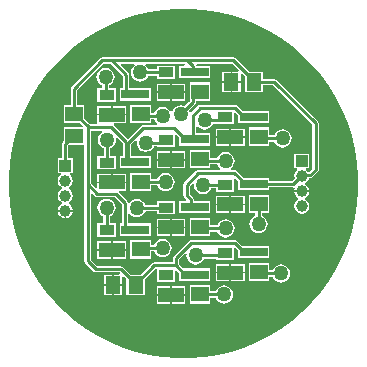
<source format=gtl>
G04*
G04 #@! TF.GenerationSoftware,Altium Limited,Altium Designer,22.0.2 (36)*
G04*
G04 Layer_Physical_Order=1*
G04 Layer_Color=255*
%FSLAX25Y25*%
%MOIN*%
G70*
G04*
G04 #@! TF.SameCoordinates,D8499874-5A28-4949-BB6A-16219978493D*
G04*
G04*
G04 #@! TF.FilePolarity,Positive*
G04*
G01*
G75*
%ADD11C,0.01000*%
%ADD12R,0.09449X0.03150*%
%ADD13R,0.05118X0.03543*%
%ADD14R,0.08661X0.04724*%
%ADD15R,0.05906X0.05118*%
%ADD16R,0.05118X0.05906*%
%ADD17R,0.05906X0.05118*%
%ADD28C,0.03937*%
%ADD29R,0.03937X0.03937*%
%ADD30R,0.03937X0.03937*%
%ADD31C,0.03937*%
%ADD32C,0.05000*%
G36*
X6852Y57893D02*
X11373Y57177D01*
X15824Y56108D01*
X20178Y54694D01*
X24407Y52942D01*
X28485Y50864D01*
X32388Y48472D01*
X36091Y45782D01*
X39572Y42809D01*
X42809Y39572D01*
X45782Y36091D01*
X48472Y32388D01*
X50864Y28485D01*
X52942Y24407D01*
X54694Y20178D01*
X56108Y15824D01*
X57177Y11373D01*
X57893Y6852D01*
X58252Y2289D01*
Y-2289D01*
X57893Y-6852D01*
X57177Y-11373D01*
X56108Y-15824D01*
X54694Y-20178D01*
X52942Y-24407D01*
X50864Y-28485D01*
X48472Y-32388D01*
X45782Y-36091D01*
X42809Y-39572D01*
X39572Y-42809D01*
X36091Y-45782D01*
X32388Y-48472D01*
X28485Y-50864D01*
X24407Y-52942D01*
X20178Y-54694D01*
X15824Y-56108D01*
X11373Y-57177D01*
X6852Y-57893D01*
X2289Y-58252D01*
X0Y-58252D01*
X-2289D01*
X-6852Y-57893D01*
X-11373Y-57177D01*
X-15824Y-56108D01*
X-20178Y-54694D01*
X-24407Y-52942D01*
X-28485Y-50864D01*
X-32388Y-48472D01*
X-36091Y-45782D01*
X-39572Y-42809D01*
X-42809Y-39572D01*
X-45782Y-36091D01*
X-48472Y-32388D01*
X-50864Y-28485D01*
X-52942Y-24407D01*
X-54694Y-20178D01*
X-56108Y-15824D01*
X-57177Y-11373D01*
X-57893Y-6852D01*
X-58252Y-2289D01*
Y2289D01*
X-57893Y6852D01*
X-57177Y11373D01*
X-56108Y15824D01*
X-54694Y20178D01*
X-52942Y24407D01*
X-50864Y28485D01*
X-48472Y32388D01*
X-45782Y36091D01*
X-42809Y39572D01*
X-39572Y42809D01*
X-36091Y45782D01*
X-32388Y48472D01*
X-28485Y50864D01*
X-24407Y52942D01*
X-20178Y54694D01*
X-15824Y56108D01*
X-11373Y57177D01*
X-6852Y57893D01*
X-2289Y58252D01*
X2289D01*
X6852Y57893D01*
D02*
G37*
%LPC*%
G36*
X15695Y37276D02*
X12886D01*
Y34073D01*
X15695D01*
Y37276D01*
D02*
G37*
G36*
X661Y33323D02*
X-3919D01*
Y30711D01*
X661D01*
Y33323D01*
D02*
G37*
G36*
X-4419D02*
X-9000D01*
Y30711D01*
X-4419D01*
Y33323D01*
D02*
G37*
G36*
X19004Y33573D02*
X16195D01*
Y30370D01*
X19004D01*
Y33573D01*
D02*
G37*
G36*
X15695D02*
X12886D01*
Y30370D01*
X15695D01*
Y33573D01*
D02*
G37*
G36*
X661Y30211D02*
X-3919D01*
Y27598D01*
X661D01*
Y30211D01*
D02*
G37*
G36*
X-4419D02*
X-9000D01*
Y27598D01*
X-4419D01*
Y30211D01*
D02*
G37*
G36*
X-26000Y38526D02*
X-26783Y38423D01*
X-27513Y38120D01*
X-28140Y37640D01*
X-28620Y37013D01*
X-28923Y36283D01*
X-29026Y35500D01*
X-28923Y34717D01*
X-28620Y33987D01*
X-28140Y33360D01*
X-27513Y32879D01*
X-27020Y32675D01*
Y31807D01*
X-28685D01*
Y27264D01*
X-22567D01*
Y31807D01*
X-24980D01*
Y32675D01*
X-24487Y32879D01*
X-23860Y33360D01*
X-23380Y33987D01*
X-23077Y34717D01*
X-22974Y35500D01*
X-23077Y36283D01*
X-23380Y37013D01*
X-23860Y37640D01*
X-24487Y38120D01*
X-25217Y38423D01*
X-26000Y38526D01*
D02*
G37*
G36*
X-19024Y25807D02*
X-23604D01*
Y23195D01*
X-19024D01*
Y25807D01*
D02*
G37*
G36*
X-24104D02*
X-28685D01*
Y23195D01*
X-24104D01*
Y25807D01*
D02*
G37*
G36*
X20346Y18291D02*
X15766D01*
Y15679D01*
X20346D01*
Y18291D01*
D02*
G37*
G36*
X15266D02*
X10685D01*
Y15679D01*
X15266D01*
Y18291D01*
D02*
G37*
G36*
X20346Y15179D02*
X15766D01*
Y12567D01*
X20346D01*
Y15179D01*
D02*
G37*
G36*
X15266D02*
X10685D01*
Y12567D01*
X15266D01*
Y15179D01*
D02*
G37*
G36*
X28591Y18685D02*
X21685D01*
Y12567D01*
X28591D01*
Y13980D01*
X30175D01*
X30380Y13487D01*
X30860Y12860D01*
X31487Y12380D01*
X32217Y12077D01*
X33000Y11974D01*
X33783Y12077D01*
X34513Y12380D01*
X35140Y12860D01*
X35620Y13487D01*
X35923Y14217D01*
X36026Y15000D01*
X35923Y15783D01*
X35620Y16513D01*
X35140Y17140D01*
X34513Y17620D01*
X33783Y17923D01*
X33000Y18026D01*
X32217Y17923D01*
X31487Y17620D01*
X30860Y17140D01*
X30380Y16513D01*
X30175Y16020D01*
X28591D01*
Y18685D01*
D02*
G37*
G36*
X661Y10776D02*
X-3919D01*
Y8163D01*
X661D01*
Y10776D01*
D02*
G37*
G36*
X-4419D02*
X-9000D01*
Y8163D01*
X-4419D01*
Y10776D01*
D02*
G37*
G36*
X661Y7663D02*
X-3919D01*
Y5051D01*
X661D01*
Y7663D01*
D02*
G37*
G36*
X-4419D02*
X-9000D01*
Y5051D01*
X-4419D01*
Y7663D01*
D02*
G37*
G36*
X16642Y42020D02*
X-27157D01*
X-27547Y41942D01*
X-27878Y41721D01*
X-37221Y32378D01*
X-37442Y32047D01*
X-37520Y31657D01*
Y26299D01*
X-39953D01*
Y20181D01*
X-34489D01*
X-33589Y19281D01*
X-33780Y18819D01*
X-39953D01*
Y14143D01*
X-40091Y14004D01*
X-40312Y13674D01*
X-40390Y13284D01*
Y8374D01*
X-41839D01*
Y3437D01*
X-40925D01*
X-40773Y2937D01*
X-41150Y2685D01*
X-41695Y1869D01*
X-41887Y905D01*
X-41695Y-58D01*
X-41150Y-874D01*
X-40488Y-1317D01*
X-40473Y-1358D01*
Y-1831D01*
X-40488Y-1872D01*
X-41150Y-2315D01*
X-41695Y-3131D01*
X-41887Y-4095D01*
X-41695Y-5058D01*
X-41150Y-5874D01*
X-40488Y-6317D01*
X-40473Y-6358D01*
Y-6831D01*
X-40488Y-6872D01*
X-41150Y-7315D01*
X-41695Y-8131D01*
X-41837Y-8845D01*
X-39370D01*
X-36903D01*
X-37045Y-8131D01*
X-37590Y-7315D01*
X-38253Y-6872D01*
X-38267Y-6831D01*
Y-6358D01*
X-38253Y-6317D01*
X-37590Y-5874D01*
X-37045Y-5058D01*
X-36853Y-4095D01*
X-37045Y-3131D01*
X-37590Y-2315D01*
X-38253Y-1872D01*
X-38267Y-1831D01*
Y-1358D01*
X-38253Y-1317D01*
X-37590Y-874D01*
X-37045Y-58D01*
X-36853Y905D01*
X-37045Y1869D01*
X-37590Y2685D01*
X-37967Y2937D01*
X-37816Y3437D01*
X-36902D01*
Y8374D01*
X-38350D01*
Y12701D01*
X-33047D01*
X-33020Y12212D01*
Y-271D01*
Y-25914D01*
X-32942Y-26304D01*
X-32721Y-26635D01*
X-29993Y-29363D01*
X-29662Y-29584D01*
X-29272Y-29662D01*
X-21315D01*
X-21154Y-29870D01*
X-21400Y-30370D01*
X-23175D01*
Y-33573D01*
X-20366D01*
Y-31103D01*
X-19904Y-30912D01*
X-19004Y-31812D01*
Y-37276D01*
X-12886D01*
Y-31812D01*
X-9500Y-28426D01*
X-9000Y-28545D01*
Y-32866D01*
X-2882D01*
Y-29079D01*
X-2420Y-28888D01*
X-1543Y-29765D01*
Y-32472D01*
X8906D01*
Y-28323D01*
X-101D01*
X-1524Y-26901D01*
Y-25309D01*
X574Y-23212D01*
X1047Y-23445D01*
X974Y-24000D01*
X1077Y-24783D01*
X1379Y-25513D01*
X1860Y-26140D01*
X2487Y-26621D01*
X3217Y-26923D01*
X4000Y-27026D01*
X4783Y-26923D01*
X5513Y-26621D01*
X6140Y-26140D01*
X6621Y-25513D01*
X6825Y-25020D01*
X10685D01*
Y-25350D01*
X16803D01*
Y-21564D01*
X17265Y-21372D01*
X18142Y-22249D01*
Y-24957D01*
X28591D01*
Y-21906D01*
X28610Y-21807D01*
X28591Y-21709D01*
Y-20807D01*
X27689D01*
X27591Y-20787D01*
X27492Y-20807D01*
X19584D01*
X17863Y-19086D01*
X17532Y-18865D01*
X17142Y-18788D01*
X2536D01*
X2146Y-18865D01*
X1815Y-19086D01*
X-3264Y-24166D01*
X-3485Y-24496D01*
X-3563Y-24886D01*
Y-26303D01*
X-9839D01*
X-10229Y-26381D01*
X-10560Y-26602D01*
X-14328Y-30370D01*
X-17562D01*
X-20011Y-27921D01*
X-20342Y-27700D01*
X-20732Y-27623D01*
X-28850D01*
X-30980Y-25492D01*
Y-3386D01*
X-30518Y-3194D01*
X-29527Y-4185D01*
X-29197Y-4407D01*
X-28806Y-4484D01*
X-23016D01*
X-20559Y-6941D01*
Y-13291D01*
X-21228D01*
Y-17441D01*
X-10780D01*
Y-13291D01*
X-18520D01*
Y-10041D01*
X-18020Y-9871D01*
X-17679Y-10315D01*
X-17053Y-10796D01*
X-16323Y-11098D01*
X-15540Y-11201D01*
X-14757Y-11098D01*
X-14027Y-10796D01*
X-13400Y-10315D01*
X-12919Y-9688D01*
X-12662Y-9067D01*
X-9000D01*
Y-10319D01*
X-2882D01*
Y-5776D01*
X-9000D01*
Y-7028D01*
X-12768D01*
X-12919Y-6662D01*
X-13400Y-6036D01*
X-14027Y-5555D01*
X-14757Y-5252D01*
X-15540Y-5149D01*
X-16323Y-5252D01*
X-17053Y-5555D01*
X-17679Y-6036D01*
X-18031Y-6493D01*
X-18110Y-6497D01*
X-18553Y-6353D01*
X-18598Y-6128D01*
X-18819Y-5798D01*
X-21652Y-2965D01*
X-21445Y-2465D01*
X-19024D01*
Y148D01*
X-28685D01*
Y-1491D01*
X-29147Y-1682D01*
X-30980Y151D01*
Y17649D01*
X-27043D01*
X-26943Y17149D01*
X-27013Y17120D01*
X-27640Y16640D01*
X-28120Y16013D01*
X-28423Y15283D01*
X-28526Y14500D01*
X-28423Y13717D01*
X-28120Y12987D01*
X-27640Y12360D01*
X-27013Y11880D01*
X-26520Y11675D01*
Y9260D01*
X-28685D01*
Y4716D01*
X-22567D01*
Y9260D01*
X-24480D01*
Y11675D01*
X-23987Y11880D01*
X-23360Y12360D01*
X-22880Y12987D01*
X-22577Y13717D01*
X-22474Y14500D01*
X-22547Y15055D01*
X-22074Y15289D01*
X-20173Y13388D01*
Y9260D01*
X-21228D01*
Y5110D01*
X-10780D01*
Y9260D01*
X-17473D01*
Y9674D01*
X-17480Y9709D01*
Y12922D01*
X-16020Y14382D01*
X-15547Y14149D01*
X-15620Y13594D01*
X-15517Y12811D01*
X-15214Y12081D01*
X-14733Y11454D01*
X-14107Y10973D01*
X-13377Y10671D01*
X-12594Y10568D01*
X-11811Y10671D01*
X-11081Y10973D01*
X-10454Y11454D01*
X-9973Y12081D01*
X-9769Y12574D01*
X-9000D01*
Y12232D01*
X-2882D01*
Y16019D01*
X-2420Y16210D01*
X-1543Y15334D01*
Y12626D01*
X8906D01*
Y16776D01*
X4020D01*
Y19135D01*
X4520Y19305D01*
X4860Y18860D01*
X5487Y18380D01*
X6217Y18077D01*
X7000Y17974D01*
X7783Y18077D01*
X8513Y18380D01*
X9140Y18860D01*
X9621Y19487D01*
X9825Y19980D01*
X10685D01*
Y19748D01*
X16803D01*
Y23535D01*
X17265Y23726D01*
X18142Y22849D01*
Y20142D01*
X28591D01*
Y24291D01*
X19584D01*
X17863Y26012D01*
X17532Y26233D01*
X17142Y26311D01*
X5635D01*
X5244Y26233D01*
X4913Y26012D01*
X2457Y23556D01*
X1929Y23735D01*
X1923Y23783D01*
X1718Y24276D01*
X3960Y26518D01*
X4180Y26848D01*
X4258Y27239D01*
Y27598D01*
X8906D01*
Y33716D01*
X2000D01*
Y27599D01*
X2000Y27598D01*
X2000D01*
X1761Y27203D01*
X277Y25718D01*
X-217Y25923D01*
X-1000Y26026D01*
X-1783Y25923D01*
X-2513Y25620D01*
X-3140Y25140D01*
X-3621Y24513D01*
X-3833Y24000D01*
X-4374D01*
X-4380Y24013D01*
X-4860Y24640D01*
X-5487Y25120D01*
X-6217Y25423D01*
X-7000Y25526D01*
X-7783Y25423D01*
X-8513Y25120D01*
X-9140Y24640D01*
X-9621Y24013D01*
X-9825Y23520D01*
X-10780D01*
Y26201D01*
X-17685D01*
Y20083D01*
X-10780D01*
Y21480D01*
X-9825D01*
X-9621Y20987D01*
X-9140Y20360D01*
X-8696Y20020D01*
X-8865Y19520D01*
X-13344D01*
X-13735Y19442D01*
X-14065Y19221D01*
X-18594Y14693D01*
X-23291Y19390D01*
X-23317Y20001D01*
X-23260Y20083D01*
X-19024D01*
Y22695D01*
X-28685D01*
Y20189D01*
X-28685Y20083D01*
X-28941Y19689D01*
X-31113D01*
X-33047Y21623D01*
Y26299D01*
X-35480D01*
Y31234D01*
X-26735Y39980D01*
X-24265D01*
X-20173Y35888D01*
Y31807D01*
X-21228D01*
Y27657D01*
X-10780D01*
Y31807D01*
X-18134D01*
Y36310D01*
X-18212Y36701D01*
X-18433Y37031D01*
X-20920Y39518D01*
X-20728Y39980D01*
X-16365D01*
X-16195Y39480D01*
X-16640Y39140D01*
X-17120Y38513D01*
X-17423Y37783D01*
X-17526Y37000D01*
X-17423Y36217D01*
X-17120Y35487D01*
X-16640Y34860D01*
X-16013Y34380D01*
X-15283Y34077D01*
X-14500Y33974D01*
X-13717Y34077D01*
X-12987Y34380D01*
X-12360Y34860D01*
X-11880Y35487D01*
X-11675Y35980D01*
X-9000D01*
Y34780D01*
X-2882D01*
Y39323D01*
X-9000D01*
Y38020D01*
X-11675D01*
X-11880Y38513D01*
X-12360Y39140D01*
X-12804Y39480D01*
X-12635Y39980D01*
X316D01*
X433Y39823D01*
X182Y39323D01*
X-1543D01*
Y35173D01*
X8906D01*
Y39323D01*
X4364D01*
X4270Y39480D01*
X4553Y39980D01*
X16219D01*
X18462Y37738D01*
X18271Y37276D01*
X16195D01*
Y34073D01*
X19004D01*
Y36543D01*
X19466Y36734D01*
X20366Y35834D01*
Y30370D01*
X26484D01*
Y32803D01*
X29755D01*
X42980Y19578D01*
Y4922D01*
X41945Y3887D01*
X41385Y3928D01*
X41150Y4280D01*
X40773Y4532D01*
X40925Y5032D01*
X41839D01*
Y9968D01*
X36902D01*
Y5032D01*
X37816D01*
X37967Y4532D01*
X37590Y4280D01*
X37045Y3463D01*
X36853Y2500D01*
X37015Y1687D01*
X36135Y807D01*
X28591D01*
Y1862D01*
X20068D01*
X17709Y4221D01*
X17378Y4442D01*
X16988Y4520D01*
X15865D01*
X15696Y5020D01*
X16140Y5360D01*
X16621Y5987D01*
X16923Y6717D01*
X17026Y7500D01*
X16923Y8283D01*
X16621Y9013D01*
X16140Y9640D01*
X15513Y10120D01*
X14783Y10423D01*
X14000Y10526D01*
X13217Y10423D01*
X12487Y10120D01*
X11860Y9640D01*
X11379Y9013D01*
X11175Y8520D01*
X8906D01*
Y11169D01*
X2000D01*
Y5051D01*
X8906D01*
Y6480D01*
X11175D01*
X11379Y5987D01*
X11860Y5360D01*
X12304Y5020D01*
X12135Y4520D01*
X4843D01*
X4453Y4442D01*
X4122Y4221D01*
X279Y378D01*
X58Y47D01*
X-20Y-343D01*
Y-4000D01*
X58Y-4390D01*
X279Y-4721D01*
X872Y-5314D01*
X680Y-5776D01*
X-1543D01*
Y-9925D01*
X8906D01*
Y-5776D01*
X3381D01*
Y-5361D01*
X3303Y-4971D01*
X3082Y-4640D01*
X2020Y-3578D01*
Y-765D01*
X3074Y289D01*
X3547Y55D01*
X3474Y-500D01*
X3577Y-1283D01*
X3880Y-2013D01*
X4360Y-2640D01*
X4987Y-3121D01*
X5717Y-3423D01*
X6500Y-3526D01*
X7283Y-3423D01*
X8013Y-3121D01*
X8640Y-2640D01*
X9121Y-2013D01*
X9325Y-1520D01*
X10685D01*
Y-2681D01*
X16803D01*
X16803Y1535D01*
X16803Y1536D01*
X16850Y1555D01*
X17303Y1743D01*
X18142Y905D01*
Y-2287D01*
X28591D01*
Y-1232D01*
X36557D01*
X36661Y-1212D01*
X36805Y-1334D01*
X37022Y-1650D01*
X36903Y-2250D01*
X41837D01*
X41695Y-1537D01*
X41150Y-720D01*
X40488Y-278D01*
X40473Y-237D01*
Y237D01*
X40488Y278D01*
X41150Y720D01*
X41695Y1537D01*
X41731Y1715D01*
X42235D01*
X42625Y1793D01*
X42956Y2014D01*
X44721Y3779D01*
X44942Y4110D01*
X45020Y4500D01*
Y20000D01*
X44942Y20390D01*
X44721Y20721D01*
X30898Y34544D01*
X30567Y34765D01*
X30177Y34842D01*
X26484D01*
Y37276D01*
X21808D01*
X17363Y41721D01*
X17032Y41942D01*
X16642Y42020D01*
D02*
G37*
G36*
X-19024Y3260D02*
X-23604D01*
Y648D01*
X-19024D01*
Y3260D01*
D02*
G37*
G36*
X-24104D02*
X-28685D01*
Y648D01*
X-24104D01*
Y3260D01*
D02*
G37*
G36*
X-10780Y3653D02*
X-17685D01*
Y-2465D01*
X-10780D01*
Y-520D01*
X-8825D01*
X-8620Y-1013D01*
X-8140Y-1640D01*
X-7513Y-2121D01*
X-6783Y-2423D01*
X-6000Y-2526D01*
X-5217Y-2423D01*
X-4487Y-2121D01*
X-3860Y-1640D01*
X-3379Y-1013D01*
X-3077Y-283D01*
X-2974Y500D01*
X-3077Y1283D01*
X-3379Y2013D01*
X-3860Y2640D01*
X-4487Y3121D01*
X-5217Y3423D01*
X-6000Y3526D01*
X-6783Y3423D01*
X-7513Y3121D01*
X-8140Y2640D01*
X-8620Y2013D01*
X-8825Y1520D01*
X-10780D01*
Y3653D01*
D02*
G37*
G36*
X20346Y-4138D02*
X15766D01*
Y-6750D01*
X20346D01*
Y-4138D01*
D02*
G37*
G36*
X15266D02*
X10685D01*
Y-6750D01*
X15266D01*
Y-4138D01*
D02*
G37*
G36*
X20346Y-7250D02*
X15766D01*
Y-9862D01*
X20346D01*
Y-7250D01*
D02*
G37*
G36*
X15266D02*
X10685D01*
Y-9862D01*
X15266D01*
Y-7250D01*
D02*
G37*
G36*
X41837Y-2750D02*
X36903D01*
X37045Y-3463D01*
X37590Y-4280D01*
X38253Y-4722D01*
X38267Y-4764D01*
Y-5237D01*
X38253Y-5278D01*
X37590Y-5720D01*
X37045Y-6537D01*
X36853Y-7500D01*
X37045Y-8463D01*
X37590Y-9280D01*
X38407Y-9825D01*
X39370Y-10017D01*
X40333Y-9825D01*
X41150Y-9280D01*
X41695Y-8463D01*
X41887Y-7500D01*
X41695Y-6537D01*
X41150Y-5720D01*
X40488Y-5278D01*
X40473Y-5237D01*
Y-4764D01*
X40488Y-4722D01*
X41150Y-4280D01*
X41695Y-3463D01*
X41837Y-2750D01*
D02*
G37*
G36*
X-36903Y-9345D02*
X-39120D01*
Y-11562D01*
X-38407Y-11420D01*
X-37590Y-10874D01*
X-37045Y-10058D01*
X-36903Y-9345D01*
D02*
G37*
G36*
X-39620D02*
X-41837D01*
X-41695Y-10058D01*
X-41150Y-10874D01*
X-40333Y-11420D01*
X-39620Y-11562D01*
Y-9345D01*
D02*
G37*
G36*
X661Y-11776D02*
X-3919D01*
Y-14388D01*
X661D01*
Y-11776D01*
D02*
G37*
G36*
X-4419D02*
X-9000D01*
Y-14388D01*
X-4419D01*
Y-11776D01*
D02*
G37*
G36*
X28591Y-3744D02*
X21685D01*
Y-9862D01*
X23980D01*
Y-10675D01*
X23487Y-10880D01*
X22860Y-11360D01*
X22379Y-11987D01*
X22077Y-12717D01*
X21974Y-13500D01*
X22077Y-14283D01*
X22379Y-15013D01*
X22860Y-15640D01*
X23487Y-16120D01*
X24217Y-16423D01*
X25000Y-16526D01*
X25783Y-16423D01*
X26513Y-16120D01*
X27140Y-15640D01*
X27621Y-15013D01*
X27923Y-14283D01*
X28026Y-13500D01*
X27923Y-12717D01*
X27621Y-11987D01*
X27140Y-11360D01*
X26513Y-10880D01*
X26020Y-10675D01*
Y-9862D01*
X28591D01*
Y-3744D01*
D02*
G37*
G36*
X661Y-14888D02*
X-3919D01*
Y-17500D01*
X661D01*
Y-14888D01*
D02*
G37*
G36*
X-4419D02*
X-9000D01*
Y-17500D01*
X-4419D01*
Y-14888D01*
D02*
G37*
G36*
X-25666Y-5030D02*
X-26449Y-5133D01*
X-27179Y-5436D01*
X-27806Y-5917D01*
X-28287Y-6543D01*
X-28589Y-7273D01*
X-28692Y-8056D01*
X-28589Y-8839D01*
X-28287Y-9569D01*
X-27806Y-10196D01*
X-27179Y-10677D01*
X-26686Y-10881D01*
Y-13291D01*
X-28685D01*
Y-17835D01*
X-22567D01*
Y-13291D01*
X-24646D01*
Y-10881D01*
X-24153Y-10677D01*
X-23526Y-10196D01*
X-23046Y-9569D01*
X-22743Y-8839D01*
X-22640Y-8056D01*
X-22743Y-7273D01*
X-23046Y-6543D01*
X-23526Y-5917D01*
X-24153Y-5436D01*
X-24883Y-5133D01*
X-25666Y-5030D01*
D02*
G37*
G36*
X8906Y-11382D02*
X2000D01*
Y-17500D01*
X8906D01*
Y-16020D01*
X11175D01*
X11379Y-16513D01*
X11860Y-17140D01*
X12487Y-17620D01*
X13217Y-17923D01*
X14000Y-18026D01*
X14783Y-17923D01*
X15513Y-17620D01*
X16140Y-17140D01*
X16621Y-16513D01*
X16923Y-15783D01*
X17026Y-15000D01*
X16923Y-14217D01*
X16621Y-13487D01*
X16140Y-12860D01*
X15513Y-12380D01*
X14783Y-12077D01*
X14000Y-11974D01*
X13217Y-12077D01*
X12487Y-12380D01*
X11860Y-12860D01*
X11379Y-13487D01*
X11175Y-13980D01*
X8906D01*
Y-11382D01*
D02*
G37*
G36*
X-7000Y-18474D02*
X-7783Y-18577D01*
X-8513Y-18880D01*
X-9140Y-19360D01*
X-9621Y-19987D01*
X-9825Y-20480D01*
X-10780D01*
Y-18898D01*
X-17685D01*
Y-25016D01*
X-10780D01*
Y-22520D01*
X-9825D01*
X-9621Y-23013D01*
X-9140Y-23640D01*
X-8513Y-24121D01*
X-7783Y-24423D01*
X-7000Y-24526D01*
X-6217Y-24423D01*
X-5487Y-24121D01*
X-4860Y-23640D01*
X-4380Y-23013D01*
X-4077Y-22283D01*
X-3974Y-21500D01*
X-4077Y-20717D01*
X-4380Y-19987D01*
X-4860Y-19360D01*
X-5487Y-18880D01*
X-6217Y-18577D01*
X-7000Y-18474D01*
D02*
G37*
G36*
X-19024Y-19291D02*
X-23604D01*
Y-21903D01*
X-19024D01*
Y-19291D01*
D02*
G37*
G36*
X-24104D02*
X-28685D01*
Y-21903D01*
X-24104D01*
Y-19291D01*
D02*
G37*
G36*
X-19024Y-22403D02*
X-23604D01*
Y-25016D01*
X-19024D01*
Y-22403D01*
D02*
G37*
G36*
X-24104D02*
X-28685D01*
Y-25016D01*
X-24104D01*
Y-22403D01*
D02*
G37*
G36*
X20346Y-26807D02*
X15766D01*
Y-29419D01*
X20346D01*
Y-26807D01*
D02*
G37*
G36*
X15266D02*
X10685D01*
Y-29419D01*
X15266D01*
Y-26807D01*
D02*
G37*
G36*
X20346Y-29919D02*
X15766D01*
Y-32531D01*
X20346D01*
Y-29919D01*
D02*
G37*
G36*
X15266D02*
X10685D01*
Y-32531D01*
X15266D01*
Y-29919D01*
D02*
G37*
G36*
X28591Y-26413D02*
X21685D01*
Y-32531D01*
X28591D01*
Y-31020D01*
X29675D01*
X29880Y-31513D01*
X30360Y-32140D01*
X30987Y-32620D01*
X31717Y-32923D01*
X32500Y-33026D01*
X33283Y-32923D01*
X34013Y-32620D01*
X34640Y-32140D01*
X35120Y-31513D01*
X35423Y-30783D01*
X35526Y-30000D01*
X35423Y-29217D01*
X35120Y-28487D01*
X34640Y-27860D01*
X34013Y-27380D01*
X33283Y-27077D01*
X32500Y-26974D01*
X31717Y-27077D01*
X30987Y-27380D01*
X30360Y-27860D01*
X29880Y-28487D01*
X29675Y-28980D01*
X28591D01*
Y-26413D01*
D02*
G37*
G36*
X-23675Y-30370D02*
X-26484D01*
Y-33573D01*
X-23675D01*
Y-30370D01*
D02*
G37*
G36*
X661Y-34323D02*
X-3919D01*
Y-36935D01*
X661D01*
Y-34323D01*
D02*
G37*
G36*
X-4419D02*
X-9000D01*
Y-36935D01*
X-4419D01*
Y-34323D01*
D02*
G37*
G36*
X-20366Y-34073D02*
X-23175D01*
Y-37276D01*
X-20366D01*
Y-34073D01*
D02*
G37*
G36*
X-23675D02*
X-26484D01*
Y-37276D01*
X-23675D01*
Y-34073D01*
D02*
G37*
G36*
X8906Y-33929D02*
X2000D01*
Y-40047D01*
X8906D01*
Y-38020D01*
X10675D01*
X10880Y-38513D01*
X11360Y-39140D01*
X11987Y-39621D01*
X12717Y-39923D01*
X13500Y-40026D01*
X14283Y-39923D01*
X15013Y-39621D01*
X15640Y-39140D01*
X16120Y-38513D01*
X16423Y-37783D01*
X16526Y-37000D01*
X16423Y-36217D01*
X16120Y-35487D01*
X15640Y-34860D01*
X15013Y-34380D01*
X14283Y-34077D01*
X13500Y-33974D01*
X12717Y-34077D01*
X11987Y-34380D01*
X11360Y-34860D01*
X10880Y-35487D01*
X10675Y-35980D01*
X8906D01*
Y-33929D01*
D02*
G37*
G36*
X661Y-37435D02*
X-3919D01*
Y-40047D01*
X661D01*
Y-37435D01*
D02*
G37*
G36*
X-4419D02*
X-9000D01*
Y-40047D01*
X-4419D01*
Y-37435D01*
D02*
G37*
%LPD*%
D11*
X-26000Y29910D02*
X-25626Y29535D01*
X-26000Y29910D02*
Y35500D01*
X25138Y-29472D02*
X25665Y-30000D01*
X32500D01*
X16642Y41000D02*
X23425Y34216D01*
Y33823D02*
Y34216D01*
X1000Y41000D02*
X16642D01*
X44000Y4500D02*
Y20000D01*
X30177Y33823D02*
X44000Y20000D01*
X23425Y33823D02*
X30177D01*
X42235Y2735D02*
X44000Y4500D01*
X39370Y2500D02*
X39605Y2735D01*
X42235D01*
X36557Y-213D02*
X39270Y2500D01*
X-23843Y41000D02*
X1000D01*
Y-4000D02*
Y-343D01*
X4843Y3500D01*
X16988D01*
X20701Y-213D01*
X23850D01*
X-32000Y-25914D02*
Y-271D01*
X-22594Y-3465D02*
X-19540Y-6518D01*
X-28806Y-3465D02*
X-22594D01*
X-32000Y-271D02*
X-28806Y-3465D01*
X-32000Y-271D02*
Y19134D01*
X-24012Y18669D02*
X-19153Y13810D01*
Y8260D02*
X-18079Y7185D01*
X-19153Y8260D02*
Y13810D01*
X-32000Y19134D02*
X-31535Y18669D01*
X-36106Y23240D02*
X-32000Y19134D01*
X-36500Y23240D02*
X-36106D01*
X-31535Y18669D02*
X-24012D01*
X-19540Y-14291D02*
Y-6518D01*
X26516Y-22882D02*
X27591Y-21807D01*
X23366Y-22882D02*
X26516D01*
X-15945Y-33823D02*
Y-33429D01*
X-29272Y-28642D02*
X-20732D01*
X-32000Y-25914D02*
X-29272Y-28642D01*
X-20732D02*
X-15945Y-33429D01*
X23850Y-213D02*
X36557D01*
X3000Y37929D02*
X3681Y37248D01*
X3000Y37929D02*
Y39000D01*
X1000Y41000D02*
X3000Y39000D01*
X-19153Y30807D02*
X-18079Y29732D01*
X-19153Y30807D02*
Y36310D01*
X-23843Y41000D02*
X-19153Y36310D01*
X-18079Y29732D02*
X-16004D01*
X-36500Y23240D02*
Y31657D01*
X-27157Y41000D01*
X-23843D01*
X-13344Y18500D02*
X-3268D01*
X-18500Y13344D02*
X-13344Y18500D01*
X-3268D02*
X532Y14701D01*
X-6851Y13594D02*
X-5941Y14504D01*
X-12594Y13594D02*
X-6851D01*
X-18493Y8260D02*
Y9674D01*
X-18500Y9681D02*
Y13344D01*
Y9681D02*
X-18493Y9674D01*
X532Y14701D02*
X3681D01*
X3000Y15382D02*
X3681Y14701D01*
X3000Y15382D02*
Y22657D01*
X5635Y25291D01*
X17142D01*
X20216Y22217D01*
X23366D01*
X5298Y30658D02*
X5453D01*
X3239Y27239D02*
Y28598D01*
X5298Y30658D01*
X-1000Y23000D02*
X3239Y27239D01*
X12724Y21000D02*
X13744Y22020D01*
X7000Y21000D02*
X12724D01*
X14138Y-500D02*
X14228Y-410D01*
X6500Y-500D02*
X14138D01*
X2361Y-6776D02*
Y-5361D01*
X1000Y-4000D02*
X2361Y-5361D01*
X3436Y-7850D02*
X3681D01*
X2361Y-6776D02*
X3436Y-7850D01*
X-19540Y-14291D02*
X-18465Y-15366D01*
X-16004D01*
X-2543Y-24886D02*
X2536Y-19807D01*
X17142D01*
X20216Y-22882D01*
X23366D01*
X-2543Y-27323D02*
Y-24886D01*
X4000Y-24000D02*
X12823D01*
X13744Y-23079D01*
X-9839Y-27323D02*
X-2543D01*
X532Y-30398D01*
X3681D01*
X-15945Y-33429D02*
X-9839Y-27323D01*
X5453Y-36988D02*
X5465Y-37000D01*
X13500D01*
X5453Y-14441D02*
X6012Y-15000D01*
X14000D01*
X25000Y-13500D02*
Y-7425D01*
X25622Y-6803D01*
X-25666Y-15523D02*
X-25626Y-15563D01*
X-25666Y-15523D02*
Y-8056D01*
X-13776Y-21500D02*
X-7000D01*
X-14232Y-21957D02*
X-13776Y-21500D01*
X-15540Y-8175D02*
X-15412Y-8047D01*
X-5941D01*
X-25626Y6988D02*
X-25500Y7114D01*
Y14500D01*
X6063Y7500D02*
X14000D01*
X5453Y8110D02*
X6063Y7500D01*
X-13590Y22500D02*
X-7000D01*
X-14232Y23142D02*
X-13590Y22500D01*
X-14138Y500D02*
X-6000D01*
X-14232Y594D02*
X-14138Y500D01*
X-14500Y37000D02*
X-5992D01*
X-5941Y37051D01*
X25138Y15626D02*
X25764Y15000D01*
X33000D01*
X-36894Y15760D02*
X-36500D01*
X-39370Y13284D02*
X-36894Y15760D01*
X-39370Y5906D02*
Y13284D01*
D12*
X3681Y37248D02*
D03*
X-16004Y29732D02*
D03*
X23366Y22217D02*
D03*
X3681Y14701D02*
D03*
X-16004Y7185D02*
D03*
X23366Y-213D02*
D03*
X3681Y-7850D02*
D03*
X-16004Y-15366D02*
D03*
X23366Y-22882D02*
D03*
X3681Y-30398D02*
D03*
D13*
X-5941Y37051D02*
D03*
X-25626Y29535D02*
D03*
X13744Y22020D02*
D03*
X-5941Y14504D02*
D03*
X-25626Y6988D02*
D03*
X13744Y-410D02*
D03*
X-5941Y-8047D02*
D03*
X-25626Y-15563D02*
D03*
X13744Y-23079D02*
D03*
X-5941Y-30595D02*
D03*
D14*
X-4169Y30461D02*
D03*
X-23854Y22945D02*
D03*
X15516Y15429D02*
D03*
X-4169Y7913D02*
D03*
X-23854Y398D02*
D03*
X15516Y-7000D02*
D03*
X-4169Y-14638D02*
D03*
X-23854Y-22153D02*
D03*
X15516Y-29669D02*
D03*
X-4169Y-37185D02*
D03*
D15*
X5453Y30658D02*
D03*
X-14232Y23142D02*
D03*
X25138Y15626D02*
D03*
X5453Y8110D02*
D03*
X-14232Y594D02*
D03*
X25138Y-6803D02*
D03*
X5453Y-14441D02*
D03*
X-14232Y-21957D02*
D03*
X25138Y-29472D02*
D03*
X5453Y-36988D02*
D03*
D16*
X23425Y33823D02*
D03*
X15945D02*
D03*
X-23425Y-33823D02*
D03*
X-15945D02*
D03*
D17*
X-36500Y23240D02*
D03*
Y15760D02*
D03*
D28*
X39370Y-7500D02*
D03*
Y-2500D02*
D03*
Y2500D02*
D03*
D29*
Y7500D02*
D03*
D30*
X-39370Y5906D02*
D03*
D31*
Y905D02*
D03*
Y-4095D02*
D03*
Y-9094D02*
D03*
D32*
X-26000Y35500D02*
D03*
X32500Y-30000D02*
D03*
X-12594Y13594D02*
D03*
X7000Y21000D02*
D03*
X6500Y-500D02*
D03*
X4000Y-24000D02*
D03*
X13500Y-37000D02*
D03*
X14000Y-15000D02*
D03*
X25000Y-13500D02*
D03*
X-25666Y-8056D02*
D03*
X-7000Y-21500D02*
D03*
X-15540Y-8175D02*
D03*
X-25500Y14500D02*
D03*
X14000Y7500D02*
D03*
X-1000Y23000D02*
D03*
X-7000Y22500D02*
D03*
X-6000Y500D02*
D03*
X33000Y15000D02*
D03*
X-14500Y37000D02*
D03*
M02*

</source>
